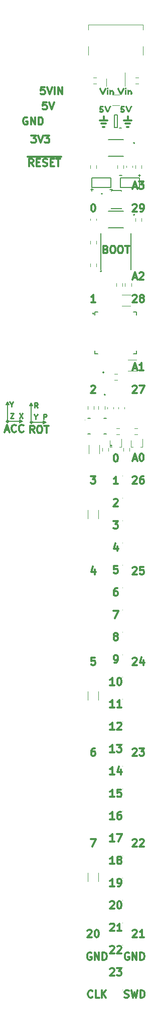
<source format=gbr>
G04 #@! TF.GenerationSoftware,KiCad,Pcbnew,(6.0.4)*
G04 #@! TF.CreationDate,2023-09-20T22:58:23-06:00*
G04 #@! TF.ProjectId,RP2040-Breadstick,52503230-3430-42d4-9272-656164737469,0.2*
G04 #@! TF.SameCoordinates,Original*
G04 #@! TF.FileFunction,Legend,Top*
G04 #@! TF.FilePolarity,Positive*
%FSLAX46Y46*%
G04 Gerber Fmt 4.6, Leading zero omitted, Abs format (unit mm)*
G04 Created by KiCad (PCBNEW (6.0.4)) date 2023-09-20 22:58:23*
%MOMM*%
%LPD*%
G01*
G04 APERTURE LIST*
%ADD10C,0.150000*%
%ADD11C,0.300000*%
%ADD12C,0.202000*%
%ADD13C,0.329000*%
%ADD14C,0.212500*%
%ADD15C,0.120000*%
%ADD16C,0.127000*%
%ADD17C,0.200000*%
%ADD18C,0.100000*%
G04 APERTURE END LIST*
D10*
X72110600Y-83566000D02*
X74142600Y-83566000D01*
G36*
X74650600Y-83566000D02*
G01*
X74142600Y-83820000D01*
X74142600Y-83312000D01*
X74650600Y-83566000D01*
G37*
X74650600Y-83566000D02*
X74142600Y-83820000D01*
X74142600Y-83312000D01*
X74650600Y-83566000D01*
G36*
X70637400Y-83413600D02*
G01*
X70129400Y-83667600D01*
X70129400Y-83159600D01*
X70637400Y-83413600D01*
G37*
X70637400Y-83413600D02*
X70129400Y-83667600D01*
X70129400Y-83159600D01*
X70637400Y-83413600D01*
X72110600Y-80772000D02*
X72110600Y-83566000D01*
D11*
X88392000Y-32232599D02*
X88392000Y-32867600D01*
X84201000Y-33934399D02*
X84455000Y-33934400D01*
D12*
X84361000Y-75200000D02*
G75*
G03*
X84361000Y-75200000I-101000J0D01*
G01*
D11*
X83693000Y-32867599D02*
X84963000Y-32867600D01*
X88265000Y-33934399D02*
X88519000Y-33934400D01*
X84328000Y-32232599D02*
X84328000Y-32867600D01*
X87757000Y-32867599D02*
X89027000Y-32867600D01*
D10*
G36*
X68351400Y-80619600D02*
G01*
X67843400Y-80619600D01*
X68097400Y-80111600D01*
X68351400Y-80619600D01*
G37*
X68351400Y-80619600D02*
X67843400Y-80619600D01*
X68097400Y-80111600D01*
X68351400Y-80619600D01*
X68097400Y-83413600D02*
X70129400Y-83413600D01*
D13*
X68261900Y-83413600D02*
G75*
G03*
X68261900Y-83413600I-164500J0D01*
G01*
D10*
X68097400Y-80619600D02*
X68097400Y-83413600D01*
G36*
X72364600Y-80772000D02*
G01*
X71856600Y-80772000D01*
X72110600Y-80264000D01*
X72364600Y-80772000D01*
G37*
X72364600Y-80772000D02*
X71856600Y-80772000D01*
X72110600Y-80264000D01*
X72364600Y-80772000D01*
D12*
X85699000Y-87503000D02*
G75*
G03*
X85699000Y-87503000I-101000J0D01*
G01*
D11*
X83947000Y-33400999D02*
X84709000Y-33401000D01*
X88011000Y-33400999D02*
X88773000Y-33401000D01*
D13*
X72275100Y-83566000D02*
G75*
G03*
X72275100Y-83566000I-164500J0D01*
G01*
D11*
X89217619Y-47059523D02*
X89277142Y-47000000D01*
X89396190Y-46940476D01*
X89693809Y-46940476D01*
X89812857Y-47000000D01*
X89872380Y-47059523D01*
X89931904Y-47178571D01*
X89931904Y-47297619D01*
X89872380Y-47476190D01*
X89158095Y-48190476D01*
X89931904Y-48190476D01*
X90527142Y-48190476D02*
X90765238Y-48190476D01*
X90884285Y-48130952D01*
X90943809Y-48071428D01*
X91062857Y-47892857D01*
X91122380Y-47654761D01*
X91122380Y-47178571D01*
X91062857Y-47059523D01*
X91003333Y-47000000D01*
X90884285Y-46940476D01*
X90646190Y-46940476D01*
X90527142Y-47000000D01*
X90467619Y-47059523D01*
X90408095Y-47178571D01*
X90408095Y-47476190D01*
X90467619Y-47595238D01*
X90527142Y-47654761D01*
X90646190Y-47714285D01*
X90884285Y-47714285D01*
X91003333Y-47654761D01*
X91062857Y-47595238D01*
X91122380Y-47476190D01*
X86121904Y-161542934D02*
X85407619Y-161542934D01*
X85764761Y-161542934D02*
X85764761Y-160292934D01*
X85645714Y-160471505D01*
X85526666Y-160590553D01*
X85407619Y-160650077D01*
X86717142Y-161542934D02*
X86955238Y-161542934D01*
X87074285Y-161483410D01*
X87133809Y-161423886D01*
X87252857Y-161245315D01*
X87312380Y-161007219D01*
X87312380Y-160531029D01*
X87252857Y-160411981D01*
X87193333Y-160352458D01*
X87074285Y-160292934D01*
X86836190Y-160292934D01*
X86717142Y-160352458D01*
X86657619Y-160411981D01*
X86598095Y-160531029D01*
X86598095Y-160828648D01*
X86657619Y-160947696D01*
X86717142Y-161007219D01*
X86836190Y-161066743D01*
X87074285Y-161066743D01*
X87193333Y-161007219D01*
X87252857Y-160947696D01*
X87312380Y-160828648D01*
X86121904Y-135259460D02*
X85407619Y-135259460D01*
X85764761Y-135259460D02*
X85764761Y-134009460D01*
X85645714Y-134188031D01*
X85526666Y-134307079D01*
X85407619Y-134366603D01*
X86598095Y-134128507D02*
X86657619Y-134068984D01*
X86776666Y-134009460D01*
X87074285Y-134009460D01*
X87193333Y-134068984D01*
X87252857Y-134128507D01*
X87312380Y-134247555D01*
X87312380Y-134366603D01*
X87252857Y-134545174D01*
X86538571Y-135259460D01*
X87312380Y-135259460D01*
X88582619Y-172730000D02*
X88463571Y-172670476D01*
X88285000Y-172670476D01*
X88106428Y-172730000D01*
X87987380Y-172849047D01*
X87927857Y-172968095D01*
X87868333Y-173206190D01*
X87868333Y-173384761D01*
X87927857Y-173622857D01*
X87987380Y-173741904D01*
X88106428Y-173860952D01*
X88285000Y-173920476D01*
X88404047Y-173920476D01*
X88582619Y-173860952D01*
X88642142Y-173801428D01*
X88642142Y-173384761D01*
X88404047Y-173384761D01*
X89177857Y-173920476D02*
X89177857Y-172670476D01*
X89892142Y-173920476D01*
X89892142Y-172670476D01*
X90487380Y-173920476D02*
X90487380Y-172670476D01*
X90785000Y-172670476D01*
X90963571Y-172730000D01*
X91082619Y-172849047D01*
X91142142Y-172968095D01*
X91201666Y-173206190D01*
X91201666Y-173384761D01*
X91142142Y-173622857D01*
X91082619Y-173741904D01*
X90963571Y-173860952D01*
X90785000Y-173920476D01*
X90487380Y-173920476D01*
X86300476Y-88952076D02*
X86419523Y-88952076D01*
X86538571Y-89011600D01*
X86598095Y-89071123D01*
X86657619Y-89190171D01*
X86717142Y-89428266D01*
X86717142Y-89725885D01*
X86657619Y-89963980D01*
X86598095Y-90083028D01*
X86538571Y-90142552D01*
X86419523Y-90202076D01*
X86300476Y-90202076D01*
X86181428Y-90142552D01*
X86121904Y-90083028D01*
X86062380Y-89963980D01*
X86002857Y-89725885D01*
X86002857Y-89428266D01*
X86062380Y-89190171D01*
X86121904Y-89071123D01*
X86181428Y-89011600D01*
X86300476Y-88952076D01*
X89217619Y-92779523D02*
X89277142Y-92720000D01*
X89396190Y-92660476D01*
X89693809Y-92660476D01*
X89812857Y-92720000D01*
X89872380Y-92779523D01*
X89931904Y-92898571D01*
X89931904Y-93017619D01*
X89872380Y-93196190D01*
X89158095Y-93910476D01*
X89931904Y-93910476D01*
X91003333Y-92660476D02*
X90765238Y-92660476D01*
X90646190Y-92720000D01*
X90586666Y-92779523D01*
X90467619Y-92958095D01*
X90408095Y-93196190D01*
X90408095Y-93672380D01*
X90467619Y-93791428D01*
X90527142Y-93850952D01*
X90646190Y-93910476D01*
X90884285Y-93910476D01*
X91003333Y-93850952D01*
X91062857Y-93791428D01*
X91122380Y-93672380D01*
X91122380Y-93374761D01*
X91062857Y-93255714D01*
X91003333Y-93196190D01*
X90884285Y-93136666D01*
X90646190Y-93136666D01*
X90527142Y-93196190D01*
X90467619Y-93255714D01*
X90408095Y-93374761D01*
X72112380Y-35380476D02*
X72886190Y-35380476D01*
X72469523Y-35856666D01*
X72648095Y-35856666D01*
X72767142Y-35916190D01*
X72826666Y-35975714D01*
X72886190Y-36094761D01*
X72886190Y-36392380D01*
X72826666Y-36511428D01*
X72767142Y-36570952D01*
X72648095Y-36630476D01*
X72290952Y-36630476D01*
X72171904Y-36570952D01*
X72112380Y-36511428D01*
X73243333Y-35380476D02*
X73660000Y-36630476D01*
X74076666Y-35380476D01*
X74374285Y-35380476D02*
X75148095Y-35380476D01*
X74731428Y-35856666D01*
X74910000Y-35856666D01*
X75029047Y-35916190D01*
X75088571Y-35975714D01*
X75148095Y-36094761D01*
X75148095Y-36392380D01*
X75088571Y-36511428D01*
X75029047Y-36570952D01*
X74910000Y-36630476D01*
X74552857Y-36630476D01*
X74433809Y-36570952D01*
X74374285Y-36511428D01*
X89217619Y-153739523D02*
X89277142Y-153680000D01*
X89396190Y-153620476D01*
X89693809Y-153620476D01*
X89812857Y-153680000D01*
X89872380Y-153739523D01*
X89931904Y-153858571D01*
X89931904Y-153977619D01*
X89872380Y-154156190D01*
X89158095Y-154870476D01*
X89931904Y-154870476D01*
X90408095Y-153739523D02*
X90467619Y-153680000D01*
X90586666Y-153620476D01*
X90884285Y-153620476D01*
X91003333Y-153680000D01*
X91062857Y-153739523D01*
X91122380Y-153858571D01*
X91122380Y-153977619D01*
X91062857Y-154156190D01*
X90348571Y-154870476D01*
X91122380Y-154870476D01*
X86121904Y-157788152D02*
X85407619Y-157788152D01*
X85764761Y-157788152D02*
X85764761Y-156538152D01*
X85645714Y-156716723D01*
X85526666Y-156835771D01*
X85407619Y-156895295D01*
X86836190Y-157073866D02*
X86717142Y-157014342D01*
X86657619Y-156954818D01*
X86598095Y-156835771D01*
X86598095Y-156776247D01*
X86657619Y-156657199D01*
X86717142Y-156597676D01*
X86836190Y-156538152D01*
X87074285Y-156538152D01*
X87193333Y-156597676D01*
X87252857Y-156657199D01*
X87312380Y-156776247D01*
X87312380Y-156835771D01*
X87252857Y-156954818D01*
X87193333Y-157014342D01*
X87074285Y-157073866D01*
X86836190Y-157073866D01*
X86717142Y-157133390D01*
X86657619Y-157192914D01*
X86598095Y-157311961D01*
X86598095Y-157550056D01*
X86657619Y-157669104D01*
X86717142Y-157728628D01*
X86836190Y-157788152D01*
X87074285Y-157788152D01*
X87193333Y-157728628D01*
X87252857Y-157669104D01*
X87312380Y-157550056D01*
X87312380Y-157311961D01*
X87252857Y-157192914D01*
X87193333Y-157133390D01*
X87074285Y-157073866D01*
X89217619Y-123259523D02*
X89277142Y-123200000D01*
X89396190Y-123140476D01*
X89693809Y-123140476D01*
X89812857Y-123200000D01*
X89872380Y-123259523D01*
X89931904Y-123378571D01*
X89931904Y-123497619D01*
X89872380Y-123676190D01*
X89158095Y-124390476D01*
X89931904Y-124390476D01*
X91003333Y-123557142D02*
X91003333Y-124390476D01*
X90705714Y-123080952D02*
X90408095Y-123973809D01*
X91181904Y-123973809D01*
X84663571Y-54520714D02*
X84842142Y-54580238D01*
X84901666Y-54639761D01*
X84961190Y-54758809D01*
X84961190Y-54937380D01*
X84901666Y-55056428D01*
X84842142Y-55115952D01*
X84723095Y-55175476D01*
X84246904Y-55175476D01*
X84246904Y-53925476D01*
X84663571Y-53925476D01*
X84782619Y-53985000D01*
X84842142Y-54044523D01*
X84901666Y-54163571D01*
X84901666Y-54282619D01*
X84842142Y-54401666D01*
X84782619Y-54461190D01*
X84663571Y-54520714D01*
X84246904Y-54520714D01*
X85735000Y-53925476D02*
X85973095Y-53925476D01*
X86092142Y-53985000D01*
X86211190Y-54104047D01*
X86270714Y-54342142D01*
X86270714Y-54758809D01*
X86211190Y-54996904D01*
X86092142Y-55115952D01*
X85973095Y-55175476D01*
X85735000Y-55175476D01*
X85615952Y-55115952D01*
X85496904Y-54996904D01*
X85437380Y-54758809D01*
X85437380Y-54342142D01*
X85496904Y-54104047D01*
X85615952Y-53985000D01*
X85735000Y-53925476D01*
X87044523Y-53925476D02*
X87282619Y-53925476D01*
X87401666Y-53985000D01*
X87520714Y-54104047D01*
X87580238Y-54342142D01*
X87580238Y-54758809D01*
X87520714Y-54996904D01*
X87401666Y-55115952D01*
X87282619Y-55175476D01*
X87044523Y-55175476D01*
X86925476Y-55115952D01*
X86806428Y-54996904D01*
X86746904Y-54758809D01*
X86746904Y-54342142D01*
X86806428Y-54104047D01*
X86925476Y-53985000D01*
X87044523Y-53925476D01*
X87937380Y-53925476D02*
X88651666Y-53925476D01*
X88294523Y-55175476D02*
X88294523Y-53925476D01*
X85943333Y-115235550D02*
X86776666Y-115235550D01*
X86240952Y-116485550D01*
X85407619Y-164166763D02*
X85467142Y-164107240D01*
X85586190Y-164047716D01*
X85883809Y-164047716D01*
X86002857Y-164107240D01*
X86062380Y-164166763D01*
X86121904Y-164285811D01*
X86121904Y-164404859D01*
X86062380Y-164583430D01*
X85348095Y-165297716D01*
X86121904Y-165297716D01*
X86895714Y-164047716D02*
X87014761Y-164047716D01*
X87133809Y-164107240D01*
X87193333Y-164166763D01*
X87252857Y-164285811D01*
X87312380Y-164523906D01*
X87312380Y-164821525D01*
X87252857Y-165059620D01*
X87193333Y-165178668D01*
X87133809Y-165238192D01*
X87014761Y-165297716D01*
X86895714Y-165297716D01*
X86776666Y-165238192D01*
X86717142Y-165178668D01*
X86657619Y-165059620D01*
X86598095Y-164821525D01*
X86598095Y-164523906D01*
X86657619Y-164285811D01*
X86717142Y-164166763D01*
X86776666Y-164107240D01*
X86895714Y-164047716D01*
X85407619Y-175431123D02*
X85467142Y-175371600D01*
X85586190Y-175312076D01*
X85883809Y-175312076D01*
X86002857Y-175371600D01*
X86062380Y-175431123D01*
X86121904Y-175550171D01*
X86121904Y-175669219D01*
X86062380Y-175847790D01*
X85348095Y-176562076D01*
X86121904Y-176562076D01*
X86538571Y-175312076D02*
X87312380Y-175312076D01*
X86895714Y-175788266D01*
X87074285Y-175788266D01*
X87193333Y-175847790D01*
X87252857Y-175907314D01*
X87312380Y-176026361D01*
X87312380Y-176323980D01*
X87252857Y-176443028D01*
X87193333Y-176502552D01*
X87074285Y-176562076D01*
X86717142Y-176562076D01*
X86598095Y-176502552D01*
X86538571Y-176443028D01*
X86002857Y-96580687D02*
X86062380Y-96521164D01*
X86181428Y-96461640D01*
X86479047Y-96461640D01*
X86598095Y-96521164D01*
X86657619Y-96580687D01*
X86717142Y-96699735D01*
X86717142Y-96818783D01*
X86657619Y-96997354D01*
X85943333Y-97711640D01*
X86717142Y-97711640D01*
D14*
X70100066Y-82059123D02*
X70666733Y-82909123D01*
X70666733Y-82059123D02*
X70100066Y-82909123D01*
D11*
X86240952Y-119526046D02*
X86121904Y-119466522D01*
X86062380Y-119406998D01*
X86002857Y-119287951D01*
X86002857Y-119228427D01*
X86062380Y-119109379D01*
X86121904Y-119049856D01*
X86240952Y-118990332D01*
X86479047Y-118990332D01*
X86598095Y-119049856D01*
X86657619Y-119109379D01*
X86717142Y-119228427D01*
X86717142Y-119287951D01*
X86657619Y-119406998D01*
X86598095Y-119466522D01*
X86479047Y-119526046D01*
X86240952Y-119526046D01*
X86121904Y-119585570D01*
X86062380Y-119645094D01*
X86002857Y-119764141D01*
X86002857Y-120002236D01*
X86062380Y-120121284D01*
X86121904Y-120180808D01*
X86240952Y-120240332D01*
X86479047Y-120240332D01*
X86598095Y-120180808D01*
X86657619Y-120121284D01*
X86717142Y-120002236D01*
X86717142Y-119764141D01*
X86657619Y-119645094D01*
X86598095Y-119585570D01*
X86479047Y-119526046D01*
X67692780Y-84891933D02*
X68288019Y-84891933D01*
X67573733Y-85249076D02*
X67990400Y-83999076D01*
X68407066Y-85249076D01*
X69538019Y-85130028D02*
X69478495Y-85189552D01*
X69299923Y-85249076D01*
X69180876Y-85249076D01*
X69002304Y-85189552D01*
X68883257Y-85070504D01*
X68823733Y-84951457D01*
X68764209Y-84713361D01*
X68764209Y-84534790D01*
X68823733Y-84296695D01*
X68883257Y-84177647D01*
X69002304Y-84058600D01*
X69180876Y-83999076D01*
X69299923Y-83999076D01*
X69478495Y-84058600D01*
X69538019Y-84118123D01*
X70788019Y-85130028D02*
X70728495Y-85189552D01*
X70549923Y-85249076D01*
X70430876Y-85249076D01*
X70252304Y-85189552D01*
X70133257Y-85070504D01*
X70073733Y-84951457D01*
X70014209Y-84713361D01*
X70014209Y-84534790D01*
X70073733Y-84296695D01*
X70133257Y-84177647D01*
X70252304Y-84058600D01*
X70430876Y-83999076D01*
X70549923Y-83999076D01*
X70728495Y-84058600D01*
X70788019Y-84118123D01*
X86717142Y-93956858D02*
X86002857Y-93956858D01*
X86360000Y-93956858D02*
X86360000Y-92706858D01*
X86240952Y-92885429D01*
X86121904Y-93004477D01*
X86002857Y-93064001D01*
X89217619Y-138499523D02*
X89277142Y-138440000D01*
X89396190Y-138380476D01*
X89693809Y-138380476D01*
X89812857Y-138440000D01*
X89872380Y-138499523D01*
X89931904Y-138618571D01*
X89931904Y-138737619D01*
X89872380Y-138916190D01*
X89158095Y-139630476D01*
X89931904Y-139630476D01*
X90348571Y-138380476D02*
X91122380Y-138380476D01*
X90705714Y-138856666D01*
X90884285Y-138856666D01*
X91003333Y-138916190D01*
X91062857Y-138975714D01*
X91122380Y-139094761D01*
X91122380Y-139392380D01*
X91062857Y-139511428D01*
X91003333Y-139570952D01*
X90884285Y-139630476D01*
X90527142Y-139630476D01*
X90408095Y-139570952D01*
X90348571Y-139511428D01*
X85943333Y-100216422D02*
X86717142Y-100216422D01*
X86300476Y-100692612D01*
X86479047Y-100692612D01*
X86598095Y-100752136D01*
X86657619Y-100811660D01*
X86717142Y-100930707D01*
X86717142Y-101228326D01*
X86657619Y-101347374D01*
X86598095Y-101406898D01*
X86479047Y-101466422D01*
X86121904Y-101466422D01*
X86002857Y-101406898D01*
X85943333Y-101347374D01*
X82440952Y-180151428D02*
X82381428Y-180210952D01*
X82202857Y-180270476D01*
X82083809Y-180270476D01*
X81905238Y-180210952D01*
X81786190Y-180091904D01*
X81726666Y-179972857D01*
X81667142Y-179734761D01*
X81667142Y-179556190D01*
X81726666Y-179318095D01*
X81786190Y-179199047D01*
X81905238Y-179080000D01*
X82083809Y-179020476D01*
X82202857Y-179020476D01*
X82381428Y-179080000D01*
X82440952Y-179139523D01*
X83571904Y-180270476D02*
X82976666Y-180270476D01*
X82976666Y-179020476D01*
X83988571Y-180270476D02*
X83988571Y-179020476D01*
X84702857Y-180270476D02*
X84167142Y-179556190D01*
X84702857Y-179020476D02*
X83988571Y-179734761D01*
X86598095Y-104387870D02*
X86598095Y-105221204D01*
X86300476Y-103911680D02*
X86002857Y-104804537D01*
X86776666Y-104804537D01*
X89217619Y-108019523D02*
X89277142Y-107960000D01*
X89396190Y-107900476D01*
X89693809Y-107900476D01*
X89812857Y-107960000D01*
X89872380Y-108019523D01*
X89931904Y-108138571D01*
X89931904Y-108257619D01*
X89872380Y-108436190D01*
X89158095Y-109150476D01*
X89931904Y-109150476D01*
X91062857Y-107900476D02*
X90467619Y-107900476D01*
X90408095Y-108495714D01*
X90467619Y-108436190D01*
X90586666Y-108376666D01*
X90884285Y-108376666D01*
X91003333Y-108436190D01*
X91062857Y-108495714D01*
X91122380Y-108614761D01*
X91122380Y-108912380D01*
X91062857Y-109031428D01*
X91003333Y-109090952D01*
X90884285Y-109150476D01*
X90586666Y-109150476D01*
X90467619Y-109090952D01*
X90408095Y-109031428D01*
D14*
X73135695Y-81156523D02*
X72852361Y-80751761D01*
X72649980Y-81156523D02*
X72649980Y-80306523D01*
X72973790Y-80306523D01*
X73054742Y-80347000D01*
X73095219Y-80387476D01*
X73135695Y-80468428D01*
X73135695Y-80589857D01*
X73095219Y-80670809D01*
X73054742Y-80711285D01*
X72973790Y-80751761D01*
X72649980Y-80751761D01*
D11*
X72636552Y-85401476D02*
X72219885Y-84806238D01*
X71922266Y-85401476D02*
X71922266Y-84151476D01*
X72398457Y-84151476D01*
X72517504Y-84211000D01*
X72577028Y-84270523D01*
X72636552Y-84389571D01*
X72636552Y-84568142D01*
X72577028Y-84687190D01*
X72517504Y-84746714D01*
X72398457Y-84806238D01*
X71922266Y-84806238D01*
X73410361Y-84151476D02*
X73648457Y-84151476D01*
X73767504Y-84211000D01*
X73886552Y-84330047D01*
X73946076Y-84568142D01*
X73946076Y-84984809D01*
X73886552Y-85222904D01*
X73767504Y-85341952D01*
X73648457Y-85401476D01*
X73410361Y-85401476D01*
X73291314Y-85341952D01*
X73172266Y-85222904D01*
X73112742Y-84984809D01*
X73112742Y-84568142D01*
X73172266Y-84330047D01*
X73291314Y-84211000D01*
X73410361Y-84151476D01*
X74303219Y-84151476D02*
X75017504Y-84151476D01*
X74660361Y-85401476D02*
X74660361Y-84151476D01*
X82133333Y-153620476D02*
X82966666Y-153620476D01*
X82430952Y-154870476D01*
D14*
X68576066Y-82059123D02*
X69142733Y-82059123D01*
X68576066Y-82909123D01*
X69142733Y-82909123D01*
D11*
X86598095Y-111480768D02*
X86360000Y-111480768D01*
X86240952Y-111540292D01*
X86181428Y-111599815D01*
X86062380Y-111778387D01*
X86002857Y-112016482D01*
X86002857Y-112492672D01*
X86062380Y-112611720D01*
X86121904Y-112671244D01*
X86240952Y-112730768D01*
X86479047Y-112730768D01*
X86598095Y-112671244D01*
X86657619Y-112611720D01*
X86717142Y-112492672D01*
X86717142Y-112195053D01*
X86657619Y-112076006D01*
X86598095Y-112016482D01*
X86479047Y-111956958D01*
X86240952Y-111956958D01*
X86121904Y-112016482D01*
X86062380Y-112076006D01*
X86002857Y-112195053D01*
D14*
X72872600Y-82656761D02*
X72872600Y-83061523D01*
X72589266Y-82211523D02*
X72872600Y-82656761D01*
X73155933Y-82211523D01*
D11*
X89217619Y-77539523D02*
X89277142Y-77480000D01*
X89396190Y-77420476D01*
X89693809Y-77420476D01*
X89812857Y-77480000D01*
X89872380Y-77539523D01*
X89931904Y-77658571D01*
X89931904Y-77777619D01*
X89872380Y-77956190D01*
X89158095Y-78670476D01*
X89931904Y-78670476D01*
X90348571Y-77420476D02*
X91181904Y-77420476D01*
X90646190Y-78670476D01*
X89217619Y-168979523D02*
X89277142Y-168920000D01*
X89396190Y-168860476D01*
X89693809Y-168860476D01*
X89812857Y-168920000D01*
X89872380Y-168979523D01*
X89931904Y-169098571D01*
X89931904Y-169217619D01*
X89872380Y-169396190D01*
X89158095Y-170110476D01*
X89931904Y-170110476D01*
X91122380Y-170110476D02*
X90408095Y-170110476D01*
X90765238Y-170110476D02*
X90765238Y-168860476D01*
X90646190Y-169039047D01*
X90527142Y-169158095D01*
X90408095Y-169217619D01*
X86121904Y-150278588D02*
X85407619Y-150278588D01*
X85764761Y-150278588D02*
X85764761Y-149028588D01*
X85645714Y-149207159D01*
X85526666Y-149326207D01*
X85407619Y-149385731D01*
X87193333Y-149028588D02*
X86955238Y-149028588D01*
X86836190Y-149088112D01*
X86776666Y-149147635D01*
X86657619Y-149326207D01*
X86598095Y-149564302D01*
X86598095Y-150040492D01*
X86657619Y-150159540D01*
X86717142Y-150219064D01*
X86836190Y-150278588D01*
X87074285Y-150278588D01*
X87193333Y-150219064D01*
X87252857Y-150159540D01*
X87312380Y-150040492D01*
X87312380Y-149742873D01*
X87252857Y-149623826D01*
X87193333Y-149564302D01*
X87074285Y-149504778D01*
X86836190Y-149504778D01*
X86717142Y-149564302D01*
X86657619Y-149623826D01*
X86598095Y-149742873D01*
X86121904Y-139014242D02*
X85407619Y-139014242D01*
X85764761Y-139014242D02*
X85764761Y-137764242D01*
X85645714Y-137942813D01*
X85526666Y-138061861D01*
X85407619Y-138121385D01*
X86538571Y-137764242D02*
X87312380Y-137764242D01*
X86895714Y-138240432D01*
X87074285Y-138240432D01*
X87193333Y-138299956D01*
X87252857Y-138359480D01*
X87312380Y-138478527D01*
X87312380Y-138776146D01*
X87252857Y-138895194D01*
X87193333Y-138954718D01*
X87074285Y-139014242D01*
X86717142Y-139014242D01*
X86598095Y-138954718D01*
X86538571Y-138895194D01*
X86121904Y-123995114D02*
X86360000Y-123995114D01*
X86479047Y-123935590D01*
X86538571Y-123876066D01*
X86657619Y-123697495D01*
X86717142Y-123459399D01*
X86717142Y-122983209D01*
X86657619Y-122864161D01*
X86598095Y-122804638D01*
X86479047Y-122745114D01*
X86240952Y-122745114D01*
X86121904Y-122804638D01*
X86062380Y-122864161D01*
X86002857Y-122983209D01*
X86002857Y-123280828D01*
X86062380Y-123399876D01*
X86121904Y-123459399D01*
X86240952Y-123518923D01*
X86479047Y-123518923D01*
X86598095Y-123459399D01*
X86657619Y-123399876D01*
X86717142Y-123280828D01*
X86121904Y-131504678D02*
X85407619Y-131504678D01*
X85764761Y-131504678D02*
X85764761Y-130254678D01*
X85645714Y-130433249D01*
X85526666Y-130552297D01*
X85407619Y-130611821D01*
X87312380Y-131504678D02*
X86598095Y-131504678D01*
X86955238Y-131504678D02*
X86955238Y-130254678D01*
X86836190Y-130433249D01*
X86717142Y-130552297D01*
X86598095Y-130611821D01*
X86657619Y-107725986D02*
X86062380Y-107725986D01*
X86002857Y-108321224D01*
X86062380Y-108261700D01*
X86181428Y-108202176D01*
X86479047Y-108202176D01*
X86598095Y-108261700D01*
X86657619Y-108321224D01*
X86717142Y-108440271D01*
X86717142Y-108737890D01*
X86657619Y-108856938D01*
X86598095Y-108916462D01*
X86479047Y-108975986D01*
X86181428Y-108975986D01*
X86062380Y-108916462D01*
X86002857Y-108856938D01*
X86121904Y-146523806D02*
X85407619Y-146523806D01*
X85764761Y-146523806D02*
X85764761Y-145273806D01*
X85645714Y-145452377D01*
X85526666Y-145571425D01*
X85407619Y-145630949D01*
X87252857Y-145273806D02*
X86657619Y-145273806D01*
X86598095Y-145869044D01*
X86657619Y-145809520D01*
X86776666Y-145749996D01*
X87074285Y-145749996D01*
X87193333Y-145809520D01*
X87252857Y-145869044D01*
X87312380Y-145988091D01*
X87312380Y-146285710D01*
X87252857Y-146404758D01*
X87193333Y-146464282D01*
X87074285Y-146523806D01*
X86776666Y-146523806D01*
X86657619Y-146464282D01*
X86598095Y-146404758D01*
X86121904Y-142769024D02*
X85407619Y-142769024D01*
X85764761Y-142769024D02*
X85764761Y-141519024D01*
X85645714Y-141697595D01*
X85526666Y-141816643D01*
X85407619Y-141876167D01*
X87193333Y-141935690D02*
X87193333Y-142769024D01*
X86895714Y-141459500D02*
X86598095Y-142352357D01*
X87371904Y-142352357D01*
X74691904Y-29795476D02*
X74096666Y-29795476D01*
X74037142Y-30390714D01*
X74096666Y-30331190D01*
X74215714Y-30271666D01*
X74513333Y-30271666D01*
X74632380Y-30331190D01*
X74691904Y-30390714D01*
X74751428Y-30509761D01*
X74751428Y-30807380D01*
X74691904Y-30926428D01*
X74632380Y-30985952D01*
X74513333Y-31045476D01*
X74215714Y-31045476D01*
X74096666Y-30985952D01*
X74037142Y-30926428D01*
X75108571Y-29795476D02*
X75525238Y-31045476D01*
X75941904Y-29795476D01*
X89277142Y-44023333D02*
X89872380Y-44023333D01*
X89158095Y-44380476D02*
X89574761Y-43130476D01*
X89991428Y-44380476D01*
X90289047Y-43130476D02*
X91062857Y-43130476D01*
X90646190Y-43606666D01*
X90824761Y-43606666D01*
X90943809Y-43666190D01*
X91003333Y-43725714D01*
X91062857Y-43844761D01*
X91062857Y-44142380D01*
X91003333Y-44261428D01*
X90943809Y-44320952D01*
X90824761Y-44380476D01*
X90467619Y-44380476D01*
X90348571Y-44320952D01*
X90289047Y-44261428D01*
X71437619Y-32395000D02*
X71318571Y-32335476D01*
X71140000Y-32335476D01*
X70961428Y-32395000D01*
X70842380Y-32514047D01*
X70782857Y-32633095D01*
X70723333Y-32871190D01*
X70723333Y-33049761D01*
X70782857Y-33287857D01*
X70842380Y-33406904D01*
X70961428Y-33525952D01*
X71140000Y-33585476D01*
X71259047Y-33585476D01*
X71437619Y-33525952D01*
X71497142Y-33466428D01*
X71497142Y-33049761D01*
X71259047Y-33049761D01*
X72032857Y-33585476D02*
X72032857Y-32335476D01*
X72747142Y-33585476D01*
X72747142Y-32335476D01*
X73342380Y-33585476D02*
X73342380Y-32335476D01*
X73640000Y-32335476D01*
X73818571Y-32395000D01*
X73937619Y-32514047D01*
X73997142Y-32633095D01*
X74056666Y-32871190D01*
X74056666Y-33049761D01*
X73997142Y-33287857D01*
X73937619Y-33406904D01*
X73818571Y-33525952D01*
X73640000Y-33585476D01*
X73342380Y-33585476D01*
X85407619Y-171676327D02*
X85467142Y-171616804D01*
X85586190Y-171557280D01*
X85883809Y-171557280D01*
X86002857Y-171616804D01*
X86062380Y-171676327D01*
X86121904Y-171795375D01*
X86121904Y-171914423D01*
X86062380Y-172092994D01*
X85348095Y-172807280D01*
X86121904Y-172807280D01*
X86598095Y-171676327D02*
X86657619Y-171616804D01*
X86776666Y-171557280D01*
X87074285Y-171557280D01*
X87193333Y-171616804D01*
X87252857Y-171676327D01*
X87312380Y-171795375D01*
X87312380Y-171914423D01*
X87252857Y-172092994D01*
X86538571Y-172807280D01*
X87312380Y-172807280D01*
X82907142Y-63430476D02*
X82192857Y-63430476D01*
X82550000Y-63430476D02*
X82550000Y-62180476D01*
X82430952Y-62359047D01*
X82311904Y-62478095D01*
X82192857Y-62537619D01*
X82133333Y-92660476D02*
X82907142Y-92660476D01*
X82490476Y-93136666D01*
X82669047Y-93136666D01*
X82788095Y-93196190D01*
X82847619Y-93255714D01*
X82907142Y-93374761D01*
X82907142Y-93672380D01*
X82847619Y-93791428D01*
X82788095Y-93850952D01*
X82669047Y-93910476D01*
X82311904Y-93910476D01*
X82192857Y-93850952D01*
X82133333Y-93791428D01*
X82847619Y-123140476D02*
X82252380Y-123140476D01*
X82192857Y-123735714D01*
X82252380Y-123676190D01*
X82371428Y-123616666D01*
X82669047Y-123616666D01*
X82788095Y-123676190D01*
X82847619Y-123735714D01*
X82907142Y-123854761D01*
X82907142Y-124152380D01*
X82847619Y-124271428D01*
X82788095Y-124330952D01*
X82669047Y-124390476D01*
X82371428Y-124390476D01*
X82252380Y-124330952D01*
X82192857Y-124271428D01*
X85407619Y-167921545D02*
X85467142Y-167862022D01*
X85586190Y-167802498D01*
X85883809Y-167802498D01*
X86002857Y-167862022D01*
X86062380Y-167921545D01*
X86121904Y-168040593D01*
X86121904Y-168159641D01*
X86062380Y-168338212D01*
X85348095Y-169052498D01*
X86121904Y-169052498D01*
X87312380Y-169052498D02*
X86598095Y-169052498D01*
X86955238Y-169052498D02*
X86955238Y-167802498D01*
X86836190Y-167981069D01*
X86717142Y-168100117D01*
X86598095Y-168159641D01*
X86121904Y-127749896D02*
X85407619Y-127749896D01*
X85764761Y-127749896D02*
X85764761Y-126499896D01*
X85645714Y-126678467D01*
X85526666Y-126797515D01*
X85407619Y-126857039D01*
X86895714Y-126499896D02*
X87014761Y-126499896D01*
X87133809Y-126559420D01*
X87193333Y-126618943D01*
X87252857Y-126737991D01*
X87312380Y-126976086D01*
X87312380Y-127273705D01*
X87252857Y-127511800D01*
X87193333Y-127630848D01*
X87133809Y-127690372D01*
X87014761Y-127749896D01*
X86895714Y-127749896D01*
X86776666Y-127690372D01*
X86717142Y-127630848D01*
X86657619Y-127511800D01*
X86598095Y-127273705D01*
X86598095Y-126976086D01*
X86657619Y-126737991D01*
X86717142Y-126618943D01*
X86776666Y-126559420D01*
X86895714Y-126499896D01*
X81597619Y-168979523D02*
X81657142Y-168920000D01*
X81776190Y-168860476D01*
X82073809Y-168860476D01*
X82192857Y-168920000D01*
X82252380Y-168979523D01*
X82311904Y-169098571D01*
X82311904Y-169217619D01*
X82252380Y-169396190D01*
X81538095Y-170110476D01*
X82311904Y-170110476D01*
X83085714Y-168860476D02*
X83204761Y-168860476D01*
X83323809Y-168920000D01*
X83383333Y-168979523D01*
X83442857Y-169098571D01*
X83502380Y-169336666D01*
X83502380Y-169634285D01*
X83442857Y-169872380D01*
X83383333Y-169991428D01*
X83323809Y-170050952D01*
X83204761Y-170110476D01*
X83085714Y-170110476D01*
X82966666Y-170050952D01*
X82907142Y-169991428D01*
X82847619Y-169872380D01*
X82788095Y-169634285D01*
X82788095Y-169336666D01*
X82847619Y-169098571D01*
X82907142Y-168979523D01*
X82966666Y-168920000D01*
X83085714Y-168860476D01*
X89277142Y-89743333D02*
X89872380Y-89743333D01*
X89158095Y-90100476D02*
X89574761Y-88850476D01*
X89991428Y-90100476D01*
X90646190Y-88850476D02*
X90765238Y-88850476D01*
X90884285Y-88910000D01*
X90943809Y-88969523D01*
X91003333Y-89088571D01*
X91062857Y-89326666D01*
X91062857Y-89624285D01*
X91003333Y-89862380D01*
X90943809Y-89981428D01*
X90884285Y-90040952D01*
X90765238Y-90100476D01*
X90646190Y-90100476D01*
X90527142Y-90040952D01*
X90467619Y-89981428D01*
X90408095Y-89862380D01*
X90348571Y-89624285D01*
X90348571Y-89326666D01*
X90408095Y-89088571D01*
X90467619Y-88969523D01*
X90527142Y-88910000D01*
X90646190Y-88850476D01*
X82788095Y-108317142D02*
X82788095Y-109150476D01*
X82490476Y-107840952D02*
X82192857Y-108733809D01*
X82966666Y-108733809D01*
X89217619Y-62299523D02*
X89277142Y-62240000D01*
X89396190Y-62180476D01*
X89693809Y-62180476D01*
X89812857Y-62240000D01*
X89872380Y-62299523D01*
X89931904Y-62418571D01*
X89931904Y-62537619D01*
X89872380Y-62716190D01*
X89158095Y-63430476D01*
X89931904Y-63430476D01*
X90646190Y-62716190D02*
X90527142Y-62656666D01*
X90467619Y-62597142D01*
X90408095Y-62478095D01*
X90408095Y-62418571D01*
X90467619Y-62299523D01*
X90527142Y-62240000D01*
X90646190Y-62180476D01*
X90884285Y-62180476D01*
X91003333Y-62240000D01*
X91062857Y-62299523D01*
X91122380Y-62418571D01*
X91122380Y-62478095D01*
X91062857Y-62597142D01*
X91003333Y-62656666D01*
X90884285Y-62716190D01*
X90646190Y-62716190D01*
X90527142Y-62775714D01*
X90467619Y-62835238D01*
X90408095Y-62954285D01*
X90408095Y-63192380D01*
X90467619Y-63311428D01*
X90527142Y-63370952D01*
X90646190Y-63430476D01*
X90884285Y-63430476D01*
X91003333Y-63370952D01*
X91062857Y-63311428D01*
X91122380Y-63192380D01*
X91122380Y-62954285D01*
X91062857Y-62835238D01*
X91003333Y-62775714D01*
X90884285Y-62716190D01*
X82192857Y-77539523D02*
X82252380Y-77480000D01*
X82371428Y-77420476D01*
X82669047Y-77420476D01*
X82788095Y-77480000D01*
X82847619Y-77539523D01*
X82907142Y-77658571D01*
X82907142Y-77777619D01*
X82847619Y-77956190D01*
X82133333Y-78670476D01*
X82907142Y-78670476D01*
D14*
X74173980Y-83061523D02*
X74173980Y-82211523D01*
X74497790Y-82211523D01*
X74578742Y-82252000D01*
X74619219Y-82292476D01*
X74659695Y-82373428D01*
X74659695Y-82494857D01*
X74619219Y-82575809D01*
X74578742Y-82616285D01*
X74497790Y-82656761D01*
X74173980Y-82656761D01*
D11*
X74374523Y-27255476D02*
X73779285Y-27255476D01*
X73719761Y-27850714D01*
X73779285Y-27791190D01*
X73898333Y-27731666D01*
X74195952Y-27731666D01*
X74315000Y-27791190D01*
X74374523Y-27850714D01*
X74434047Y-27969761D01*
X74434047Y-28267380D01*
X74374523Y-28386428D01*
X74315000Y-28445952D01*
X74195952Y-28505476D01*
X73898333Y-28505476D01*
X73779285Y-28445952D01*
X73719761Y-28386428D01*
X74791190Y-27255476D02*
X75207857Y-28505476D01*
X75624523Y-27255476D01*
X76041190Y-28505476D02*
X76041190Y-27255476D01*
X76636428Y-28505476D02*
X76636428Y-27255476D01*
X77350714Y-28505476D01*
X77350714Y-27255476D01*
X89277142Y-74503333D02*
X89872380Y-74503333D01*
X89158095Y-74860476D02*
X89574761Y-73610476D01*
X89991428Y-74860476D01*
X91062857Y-74860476D02*
X90348571Y-74860476D01*
X90705714Y-74860476D02*
X90705714Y-73610476D01*
X90586666Y-73789047D01*
X90467619Y-73908095D01*
X90348571Y-73967619D01*
D14*
X68732400Y-80599361D02*
X68732400Y-81004123D01*
X68449066Y-80154123D02*
X68732400Y-80599361D01*
X69015733Y-80154123D01*
D11*
X87838571Y-180210952D02*
X88017142Y-180270476D01*
X88314761Y-180270476D01*
X88433809Y-180210952D01*
X88493333Y-180151428D01*
X88552857Y-180032380D01*
X88552857Y-179913333D01*
X88493333Y-179794285D01*
X88433809Y-179734761D01*
X88314761Y-179675238D01*
X88076666Y-179615714D01*
X87957619Y-179556190D01*
X87898095Y-179496666D01*
X87838571Y-179377619D01*
X87838571Y-179258571D01*
X87898095Y-179139523D01*
X87957619Y-179080000D01*
X88076666Y-179020476D01*
X88374285Y-179020476D01*
X88552857Y-179080000D01*
X88969523Y-179020476D02*
X89267142Y-180270476D01*
X89505238Y-179377619D01*
X89743333Y-180270476D01*
X90040952Y-179020476D01*
X90517142Y-180270476D02*
X90517142Y-179020476D01*
X90814761Y-179020476D01*
X90993333Y-179080000D01*
X91112380Y-179199047D01*
X91171904Y-179318095D01*
X91231428Y-179556190D01*
X91231428Y-179734761D01*
X91171904Y-179972857D01*
X91112380Y-180091904D01*
X90993333Y-180210952D01*
X90814761Y-180270476D01*
X90517142Y-180270476D01*
X71467619Y-38967500D02*
X72717619Y-38967500D01*
X72479523Y-40570476D02*
X72062857Y-39975238D01*
X71765238Y-40570476D02*
X71765238Y-39320476D01*
X72241428Y-39320476D01*
X72360476Y-39380000D01*
X72420000Y-39439523D01*
X72479523Y-39558571D01*
X72479523Y-39737142D01*
X72420000Y-39856190D01*
X72360476Y-39915714D01*
X72241428Y-39975238D01*
X71765238Y-39975238D01*
X72717619Y-38967500D02*
X73848571Y-38967500D01*
X73015238Y-39915714D02*
X73431904Y-39915714D01*
X73610476Y-40570476D02*
X73015238Y-40570476D01*
X73015238Y-39320476D01*
X73610476Y-39320476D01*
X73848571Y-38967500D02*
X75039047Y-38967500D01*
X74086666Y-40510952D02*
X74265238Y-40570476D01*
X74562857Y-40570476D01*
X74681904Y-40510952D01*
X74741428Y-40451428D01*
X74800952Y-40332380D01*
X74800952Y-40213333D01*
X74741428Y-40094285D01*
X74681904Y-40034761D01*
X74562857Y-39975238D01*
X74324761Y-39915714D01*
X74205714Y-39856190D01*
X74146190Y-39796666D01*
X74086666Y-39677619D01*
X74086666Y-39558571D01*
X74146190Y-39439523D01*
X74205714Y-39380000D01*
X74324761Y-39320476D01*
X74622380Y-39320476D01*
X74800952Y-39380000D01*
X75039047Y-38967500D02*
X76170000Y-38967500D01*
X75336666Y-39915714D02*
X75753333Y-39915714D01*
X75931904Y-40570476D02*
X75336666Y-40570476D01*
X75336666Y-39320476D01*
X75931904Y-39320476D01*
X76170000Y-38967500D02*
X77122380Y-38967500D01*
X76289047Y-39320476D02*
X77003333Y-39320476D01*
X76646190Y-40570476D02*
X76646190Y-39320476D01*
X82232619Y-172730000D02*
X82113571Y-172670476D01*
X81935000Y-172670476D01*
X81756428Y-172730000D01*
X81637380Y-172849047D01*
X81577857Y-172968095D01*
X81518333Y-173206190D01*
X81518333Y-173384761D01*
X81577857Y-173622857D01*
X81637380Y-173741904D01*
X81756428Y-173860952D01*
X81935000Y-173920476D01*
X82054047Y-173920476D01*
X82232619Y-173860952D01*
X82292142Y-173801428D01*
X82292142Y-173384761D01*
X82054047Y-173384761D01*
X82827857Y-173920476D02*
X82827857Y-172670476D01*
X83542142Y-173920476D01*
X83542142Y-172670476D01*
X84137380Y-173920476D02*
X84137380Y-172670476D01*
X84435000Y-172670476D01*
X84613571Y-172730000D01*
X84732619Y-172849047D01*
X84792142Y-172968095D01*
X84851666Y-173206190D01*
X84851666Y-173384761D01*
X84792142Y-173622857D01*
X84732619Y-173741904D01*
X84613571Y-173860952D01*
X84435000Y-173920476D01*
X84137380Y-173920476D01*
X89277142Y-59263333D02*
X89872380Y-59263333D01*
X89158095Y-59620476D02*
X89574761Y-58370476D01*
X89991428Y-59620476D01*
X90348571Y-58489523D02*
X90408095Y-58430000D01*
X90527142Y-58370476D01*
X90824761Y-58370476D01*
X90943809Y-58430000D01*
X91003333Y-58489523D01*
X91062857Y-58608571D01*
X91062857Y-58727619D01*
X91003333Y-58906190D01*
X90289047Y-59620476D01*
X91062857Y-59620476D01*
X86121904Y-154033370D02*
X85407619Y-154033370D01*
X85764761Y-154033370D02*
X85764761Y-152783370D01*
X85645714Y-152961941D01*
X85526666Y-153080989D01*
X85407619Y-153140513D01*
X86538571Y-152783370D02*
X87371904Y-152783370D01*
X86836190Y-154033370D01*
X82490476Y-46940476D02*
X82609523Y-46940476D01*
X82728571Y-47000000D01*
X82788095Y-47059523D01*
X82847619Y-47178571D01*
X82907142Y-47416666D01*
X82907142Y-47714285D01*
X82847619Y-47952380D01*
X82788095Y-48071428D01*
X82728571Y-48130952D01*
X82609523Y-48190476D01*
X82490476Y-48190476D01*
X82371428Y-48130952D01*
X82311904Y-48071428D01*
X82252380Y-47952380D01*
X82192857Y-47714285D01*
X82192857Y-47416666D01*
X82252380Y-47178571D01*
X82311904Y-47059523D01*
X82371428Y-47000000D01*
X82490476Y-46940476D01*
X82788095Y-138380476D02*
X82550000Y-138380476D01*
X82430952Y-138440000D01*
X82371428Y-138499523D01*
X82252380Y-138678095D01*
X82192857Y-138916190D01*
X82192857Y-139392380D01*
X82252380Y-139511428D01*
X82311904Y-139570952D01*
X82430952Y-139630476D01*
X82669047Y-139630476D01*
X82788095Y-139570952D01*
X82847619Y-139511428D01*
X82907142Y-139392380D01*
X82907142Y-139094761D01*
X82847619Y-138975714D01*
X82788095Y-138916190D01*
X82669047Y-138856666D01*
X82430952Y-138856666D01*
X82311904Y-138916190D01*
X82252380Y-138975714D01*
X82192857Y-139094761D01*
D15*
X81792400Y-87401348D02*
X81792400Y-88823852D01*
X83612400Y-87401348D02*
X83612400Y-88823852D01*
X86599500Y-40402742D02*
X86599500Y-40877258D01*
X87644500Y-40402742D02*
X87644500Y-40877258D01*
X87467200Y-133852402D02*
G75*
G03*
X87467200Y-133852402I0J0D01*
G01*
X90026258Y-84567500D02*
X89551742Y-84567500D01*
X90026258Y-85612500D02*
X89551742Y-85612500D01*
X87467200Y-171400222D02*
G75*
G03*
X87467200Y-171400222I0J0D01*
G01*
X87467200Y-167645440D02*
G75*
G03*
X87467200Y-167645440I0J0D01*
G01*
X83449900Y-81390258D02*
X83449900Y-80915742D01*
X84494900Y-81390258D02*
X84494900Y-80915742D01*
X81621100Y-81364858D02*
X81621100Y-80890342D01*
X82666100Y-81364858D02*
X82666100Y-80890342D01*
X87467200Y-156381094D02*
G75*
G03*
X87467200Y-156381094I0J0D01*
G01*
X90876000Y-87759000D02*
X90566000Y-87759000D01*
X88956000Y-87759000D02*
X88956000Y-86599000D01*
X90876000Y-87759000D02*
X90876000Y-86349000D01*
X88956000Y-87759000D02*
X89266000Y-87759000D01*
X87927500Y-60697258D02*
X87927500Y-60222742D01*
X88972500Y-60697258D02*
X88972500Y-60222742D01*
D16*
X87370000Y-42107002D02*
X86970000Y-42107002D01*
X90370000Y-44107002D02*
X90370000Y-42507002D01*
X87170000Y-42507002D02*
X87170000Y-44107002D01*
X90370000Y-42507002D02*
X87170000Y-42507002D01*
X90570000Y-42107002D02*
X90170000Y-42107002D01*
X87170000Y-44107002D02*
X90370000Y-44107002D01*
X90370000Y-42307002D02*
X90370000Y-41907002D01*
D15*
X89156000Y-40499420D02*
X89156000Y-40780580D01*
X88136000Y-40499420D02*
X88136000Y-40780580D01*
X87467200Y-96304582D02*
G75*
G03*
X87467200Y-96304582I0J0D01*
G01*
G36*
X88125300Y-27337147D02*
G01*
X88165781Y-27369294D01*
X88180863Y-27411362D01*
X88183244Y-27466131D01*
X88180863Y-27520900D01*
X88166575Y-27562175D01*
X88124506Y-27594719D01*
X88044338Y-27604244D01*
X87964169Y-27594719D01*
X87922100Y-27561381D01*
X87907813Y-27519312D01*
X87905431Y-27464544D01*
X87907813Y-27409775D01*
X87921306Y-27369294D01*
X87963375Y-27337147D01*
X88045131Y-27326431D01*
X88125300Y-27337147D01*
G37*
G36*
X88875306Y-27730450D02*
G01*
X88963412Y-27770931D01*
X89039700Y-27838400D01*
X89098349Y-27925272D01*
X89133539Y-28023961D01*
X89145269Y-28134469D01*
X89145269Y-28413869D01*
X89142888Y-28468638D01*
X89129394Y-28509119D01*
X89087325Y-28541266D01*
X89005569Y-28551981D01*
X88916669Y-28537297D01*
X88875394Y-28493244D01*
X88865869Y-28412281D01*
X88865869Y-28132881D01*
X88828563Y-28031281D01*
X88728550Y-27994769D01*
X88626950Y-28032869D01*
X88588056Y-28132881D01*
X88588056Y-28413869D01*
X88585675Y-28468638D01*
X88570594Y-28509119D01*
X88529716Y-28541266D01*
X88448356Y-28551981D01*
X88367791Y-28541266D01*
X88326119Y-28509119D01*
X88312625Y-28467050D01*
X88310244Y-28412281D01*
X88310244Y-27850306D01*
X88312625Y-27797125D01*
X88327706Y-27756644D01*
X88369378Y-27726878D01*
X88449944Y-27716956D01*
X88528128Y-27726084D01*
X88569006Y-27753469D01*
X88584881Y-27818556D01*
X88613456Y-27786806D01*
X88656319Y-27753469D01*
X88775381Y-27716956D01*
X88875306Y-27730450D01*
G37*
G36*
X87724456Y-27407394D02*
G01*
X87794703Y-27455812D01*
X87818119Y-27508994D01*
X87794306Y-27585194D01*
X87356156Y-28474194D01*
X87302975Y-28530550D01*
X87229156Y-28551981D01*
X87213281Y-28551981D01*
X87137875Y-28530550D01*
X87084694Y-28474194D01*
X86646544Y-27585194D01*
X86622731Y-27508994D01*
X86646147Y-27455812D01*
X86716394Y-27407394D01*
X86796562Y-27380406D01*
X86838631Y-27386756D01*
X86865619Y-27408981D01*
X86891812Y-27451050D01*
X86913045Y-27495500D01*
X86952931Y-27582812D01*
X87003930Y-27694930D01*
X87058500Y-27813794D01*
X87113269Y-27932658D01*
X87164862Y-28044775D01*
X87203955Y-28129508D01*
X87221219Y-28166219D01*
X87538719Y-27470894D01*
X87560944Y-27423269D01*
X87630794Y-27380406D01*
X87724456Y-27407394D01*
G37*
G36*
X88153081Y-27745531D02*
G01*
X88181656Y-27813794D01*
X88183244Y-27859831D01*
X88183244Y-28415456D01*
X88180863Y-28470225D01*
X88165781Y-28512294D01*
X88124903Y-28543250D01*
X88043544Y-28553569D01*
X87962978Y-28542853D01*
X87921306Y-28510706D01*
X87907813Y-28469431D01*
X87905431Y-28413869D01*
X87905431Y-27856656D01*
X87907813Y-27801887D01*
X87921306Y-27759819D01*
X87963375Y-27728862D01*
X88045131Y-27718544D01*
X88153081Y-27745531D01*
G37*
D16*
X82350000Y-44306998D02*
X82350000Y-44706998D01*
X85550000Y-44106998D02*
X85550000Y-42506998D01*
X82350000Y-42506998D02*
X82350000Y-44106998D01*
X85550000Y-42506998D02*
X82350000Y-42506998D01*
X82150000Y-44506998D02*
X82550000Y-44506998D01*
X82350000Y-44106998D02*
X85550000Y-44106998D01*
X85350000Y-44506998D02*
X85750000Y-44506998D01*
D15*
X87615500Y-87900742D02*
X87615500Y-88375258D01*
X88660500Y-87900742D02*
X88660500Y-88375258D01*
X87467200Y-152626312D02*
G75*
G03*
X87467200Y-152626312I0J0D01*
G01*
X90692500Y-49767258D02*
X90692500Y-49292742D01*
X89647500Y-49767258D02*
X89647500Y-49292742D01*
X83060000Y-49670580D02*
X83060000Y-49389420D01*
X82040000Y-49670580D02*
X82040000Y-49389420D01*
D16*
X85637000Y-47701800D02*
X85637000Y-47601800D01*
X85637000Y-44601800D02*
X85637000Y-44701800D01*
X87337000Y-47701800D02*
X87337000Y-47601800D01*
X87337000Y-47701800D02*
X85637000Y-47701800D01*
X87337000Y-44601800D02*
X85637000Y-44601800D01*
X87337000Y-44601800D02*
X87337000Y-44701800D01*
D17*
X84118000Y-45201800D02*
G75*
G03*
X84118000Y-45201800I-100000J0D01*
G01*
D16*
X84760400Y-85526400D02*
X84360400Y-85526400D01*
X81660400Y-85526400D02*
X82060400Y-85526400D01*
X84760400Y-82926400D02*
X84360400Y-82926400D01*
X82060400Y-82926400D02*
X81660400Y-82926400D01*
D18*
X81160400Y-83226400D02*
G75*
G03*
X81160400Y-83226400I-50000J0D01*
G01*
D15*
X83072500Y-57387258D02*
X83072500Y-56912742D01*
X82027500Y-57387258D02*
X82027500Y-56912742D01*
D17*
X86110000Y-34070000D02*
X86110000Y-31970000D01*
X86610000Y-34070000D02*
X86110000Y-34070000D01*
X86110000Y-31970000D02*
X86610000Y-31970000D01*
X87335000Y-34170000D02*
X86960000Y-34170000D01*
X86610000Y-31970000D02*
X86610000Y-34070000D01*
D15*
X87920000Y-26466800D02*
X87920000Y-24791800D01*
X84800000Y-26466800D02*
X84800000Y-25816800D01*
X87920000Y-26466800D02*
X87920000Y-27116800D01*
X84800000Y-26466800D02*
X84800000Y-27116800D01*
X81640000Y-159308748D02*
X81640000Y-160731252D01*
X83460000Y-159308748D02*
X83460000Y-160731252D01*
X87467200Y-148871530D02*
G75*
G03*
X87467200Y-148871530I0J0D01*
G01*
X87467200Y-122588056D02*
G75*
G03*
X87467200Y-122588056I0J0D01*
G01*
X86978258Y-84567500D02*
X86503742Y-84567500D01*
X86978258Y-85612500D02*
X86503742Y-85612500D01*
X87467200Y-160135876D02*
G75*
G03*
X87467200Y-160135876I0J0D01*
G01*
X87467200Y-100059364D02*
G75*
G03*
X87467200Y-100059364I0J0D01*
G01*
G36*
X85105081Y-27745531D02*
G01*
X85133656Y-27813794D01*
X85135244Y-27859831D01*
X85135244Y-28415456D01*
X85132863Y-28470225D01*
X85117781Y-28512294D01*
X85076903Y-28543250D01*
X84995544Y-28553569D01*
X84914978Y-28542853D01*
X84873306Y-28510706D01*
X84859813Y-28469431D01*
X84857431Y-28413869D01*
X84857431Y-27856656D01*
X84859813Y-27801887D01*
X84873306Y-27759819D01*
X84915375Y-27728862D01*
X84997131Y-27718544D01*
X85105081Y-27745531D01*
G37*
G36*
X85827306Y-27730450D02*
G01*
X85915412Y-27770931D01*
X85991700Y-27838400D01*
X86050349Y-27925272D01*
X86085539Y-28023961D01*
X86097269Y-28134469D01*
X86097269Y-28413869D01*
X86094888Y-28468638D01*
X86081394Y-28509119D01*
X86039325Y-28541266D01*
X85957569Y-28551981D01*
X85868669Y-28537297D01*
X85827394Y-28493244D01*
X85817869Y-28412281D01*
X85817869Y-28132881D01*
X85780563Y-28031281D01*
X85680550Y-27994769D01*
X85578950Y-28032869D01*
X85540056Y-28132881D01*
X85540056Y-28413869D01*
X85537675Y-28468638D01*
X85522594Y-28509119D01*
X85481716Y-28541266D01*
X85400356Y-28551981D01*
X85319791Y-28541266D01*
X85278119Y-28509119D01*
X85264625Y-28467050D01*
X85262244Y-28412281D01*
X85262244Y-27850306D01*
X85264625Y-27797125D01*
X85279706Y-27756644D01*
X85321378Y-27726878D01*
X85401944Y-27716956D01*
X85480128Y-27726084D01*
X85521006Y-27753469D01*
X85536881Y-27818556D01*
X85565456Y-27786806D01*
X85608319Y-27753469D01*
X85727381Y-27716956D01*
X85827306Y-27730450D01*
G37*
G36*
X84676456Y-27407394D02*
G01*
X84746703Y-27455812D01*
X84770119Y-27508994D01*
X84746306Y-27585194D01*
X84308156Y-28474194D01*
X84254975Y-28530550D01*
X84181156Y-28551981D01*
X84165281Y-28551981D01*
X84089875Y-28530550D01*
X84036694Y-28474194D01*
X83598544Y-27585194D01*
X83574731Y-27508994D01*
X83598147Y-27455812D01*
X83668394Y-27407394D01*
X83748562Y-27380406D01*
X83790631Y-27386756D01*
X83817619Y-27408981D01*
X83843812Y-27451050D01*
X83865045Y-27495500D01*
X83904931Y-27582812D01*
X83955930Y-27694930D01*
X84010500Y-27813794D01*
X84065269Y-27932658D01*
X84116862Y-28044775D01*
X84155955Y-28129508D01*
X84173219Y-28166219D01*
X84490719Y-27470894D01*
X84512944Y-27423269D01*
X84582794Y-27380406D01*
X84676456Y-27407394D01*
G37*
G36*
X85077300Y-27337147D02*
G01*
X85117781Y-27369294D01*
X85132863Y-27411362D01*
X85135244Y-27466131D01*
X85132863Y-27520900D01*
X85118575Y-27562175D01*
X85076506Y-27594719D01*
X84996338Y-27604244D01*
X84916169Y-27594719D01*
X84874100Y-27561381D01*
X84859813Y-27519312D01*
X84857431Y-27464544D01*
X84859813Y-27409775D01*
X84873306Y-27369294D01*
X84915375Y-27337147D01*
X84997131Y-27326431D01*
X85077300Y-27337147D01*
G37*
X87467200Y-163890658D02*
G75*
G03*
X87467200Y-163890658I0J0D01*
G01*
X89678742Y-25639500D02*
X90153258Y-25639500D01*
X89678742Y-26684500D02*
X90153258Y-26684500D01*
X86597258Y-76468500D02*
X86122742Y-76468500D01*
X86597258Y-75423500D02*
X86122742Y-75423500D01*
X87512500Y-60697258D02*
X87512500Y-60222742D01*
X86467500Y-60697258D02*
X86467500Y-60222742D01*
X85400000Y-87759000D02*
X85710000Y-87759000D01*
X87320000Y-87759000D02*
X87010000Y-87759000D01*
X85400000Y-87759000D02*
X85400000Y-86599000D01*
X87320000Y-87759000D02*
X87320000Y-86349000D01*
D16*
X85080000Y-48130000D02*
X87640000Y-48130000D01*
X87640000Y-50930000D02*
X85080000Y-50930000D01*
D17*
X89560000Y-48730000D02*
G75*
G03*
X89560000Y-48730000I-100000J0D01*
G01*
D15*
X87467200Y-130097620D02*
G75*
G03*
X87467200Y-130097620I0J0D01*
G01*
X85981000Y-81063220D02*
X85981000Y-81344380D01*
X84961000Y-81063220D02*
X84961000Y-81344380D01*
G36*
X89062719Y-30417294D02*
G01*
X89132966Y-30465712D01*
X89156381Y-30518894D01*
X89132569Y-30595094D01*
X88694419Y-31484094D01*
X88641238Y-31540450D01*
X88567419Y-31561881D01*
X88551544Y-31561881D01*
X88476138Y-31540450D01*
X88422956Y-31484094D01*
X87984806Y-30595094D01*
X87960994Y-30518894D01*
X87984409Y-30465712D01*
X88054656Y-30417294D01*
X88134825Y-30390306D01*
X88176894Y-30396656D01*
X88203881Y-30418881D01*
X88230075Y-30460950D01*
X88251308Y-30505400D01*
X88291194Y-30592712D01*
X88342192Y-30704830D01*
X88396763Y-30823694D01*
X88451531Y-30942558D01*
X88503125Y-31054675D01*
X88542217Y-31139408D01*
X88559481Y-31176119D01*
X88876981Y-30480794D01*
X88899206Y-30433169D01*
X88969056Y-30390306D01*
X89062719Y-30417294D01*
G37*
G36*
X87584756Y-30398244D02*
G01*
X87733981Y-30398244D01*
X87789544Y-30400625D01*
X87830819Y-30415706D01*
X87862966Y-30458569D01*
X87873681Y-30542706D01*
X87863759Y-30619303D01*
X87833994Y-30658594D01*
X87795100Y-30673675D01*
X87743506Y-30676056D01*
X87465694Y-30676056D01*
X87449819Y-30796706D01*
X87505381Y-30793531D01*
X87602572Y-30806143D01*
X87693059Y-30843978D01*
X87776844Y-30907037D01*
X87843872Y-30988353D01*
X87884088Y-31080957D01*
X87897494Y-31184850D01*
X87884794Y-31289272D01*
X87846694Y-31383464D01*
X87783194Y-31467425D01*
X87700820Y-31533130D01*
X87606099Y-31572553D01*
X87499031Y-31585694D01*
X87403781Y-31577403D01*
X87314881Y-31552533D01*
X87232331Y-31511081D01*
X87192644Y-31480919D01*
X87179944Y-31469806D01*
X87119619Y-31374556D01*
X87178356Y-31271369D01*
X87270431Y-31218981D01*
X87376794Y-31269781D01*
X87476012Y-31303119D01*
X87580787Y-31272956D01*
X87614919Y-31189613D01*
X87577612Y-31105475D01*
X87492681Y-31074519D01*
X87416481Y-31103094D01*
X87329962Y-31139606D01*
X87229950Y-31109444D01*
X87156131Y-31061025D01*
X87138669Y-31022131D01*
X87146606Y-30947916D01*
X87170419Y-30766544D01*
X87194628Y-30587950D01*
X87203756Y-30522069D01*
X87214869Y-30488731D01*
X87237887Y-30445869D01*
X87279162Y-30411737D01*
X87343456Y-30396656D01*
X87584756Y-30398244D01*
G37*
X87467200Y-175155004D02*
G75*
G03*
X87467200Y-175155004I0J0D01*
G01*
X90957400Y-17658407D02*
X90957400Y-16814800D01*
X81762600Y-20437991D02*
X81762600Y-21861608D01*
X90957400Y-21861608D02*
X90957400Y-20437991D01*
X81762600Y-16814800D02*
X81762600Y-17658407D01*
X90957400Y-16814800D02*
X81762600Y-16814800D01*
X83072500Y-53102742D02*
X83072500Y-53577258D01*
X82027500Y-53102742D02*
X82027500Y-53577258D01*
X82027500Y-40402742D02*
X82027500Y-40877258D01*
X83072500Y-40402742D02*
X83072500Y-40877258D01*
X87467211Y-111323704D02*
G75*
G03*
X87467211Y-111323704I0J0D01*
G01*
X87784400Y-81063220D02*
X87784400Y-81344380D01*
X86764400Y-81063220D02*
X86764400Y-81344380D01*
X87467200Y-178909786D02*
G75*
G03*
X87467200Y-178909786I0J0D01*
G01*
X81640000Y-128828748D02*
X81640000Y-130251252D01*
X83460000Y-128828748D02*
X83460000Y-130251252D01*
X85757936Y-28554000D02*
X86962064Y-28554000D01*
X85757936Y-30374000D02*
X86962064Y-30374000D01*
X88849252Y-62209000D02*
X87426748Y-62209000D01*
X88849252Y-64029000D02*
X87426748Y-64029000D01*
X87467200Y-141361966D02*
G75*
G03*
X87467200Y-141361966I0J0D01*
G01*
X82566742Y-25639500D02*
X83041258Y-25639500D01*
X82566742Y-26684500D02*
X83041258Y-26684500D01*
X87467211Y-107568924D02*
G75*
G03*
X87467211Y-107568924I0J0D01*
G01*
D16*
X88910000Y-57914000D02*
X88910000Y-51814000D01*
X83810000Y-57914000D02*
X83810000Y-51814000D01*
D17*
X83970800Y-58216800D02*
G75*
G03*
X83970800Y-58216800I-100000J0D01*
G01*
G36*
X84028756Y-30398244D02*
G01*
X84177981Y-30398244D01*
X84233544Y-30400625D01*
X84274819Y-30415706D01*
X84306966Y-30458569D01*
X84317681Y-30542706D01*
X84307759Y-30619303D01*
X84277994Y-30658594D01*
X84239100Y-30673675D01*
X84187506Y-30676056D01*
X83909694Y-30676056D01*
X83893819Y-30796706D01*
X83949381Y-30793531D01*
X84046572Y-30806143D01*
X84137059Y-30843978D01*
X84220844Y-30907037D01*
X84287872Y-30988353D01*
X84328088Y-31080957D01*
X84341494Y-31184850D01*
X84328794Y-31289272D01*
X84290694Y-31383464D01*
X84227194Y-31467425D01*
X84144820Y-31533130D01*
X84050099Y-31572553D01*
X83943031Y-31585694D01*
X83847781Y-31577403D01*
X83758881Y-31552533D01*
X83676331Y-31511081D01*
X83636644Y-31480919D01*
X83623944Y-31469806D01*
X83563619Y-31374556D01*
X83622356Y-31271369D01*
X83714431Y-31218981D01*
X83820794Y-31269781D01*
X83920012Y-31303119D01*
X84024787Y-31272956D01*
X84058919Y-31189613D01*
X84021612Y-31105475D01*
X83936681Y-31074519D01*
X83860481Y-31103094D01*
X83773962Y-31139606D01*
X83673950Y-31109444D01*
X83600131Y-31061025D01*
X83582669Y-31022131D01*
X83590606Y-30947916D01*
X83614419Y-30766544D01*
X83638628Y-30587950D01*
X83647756Y-30522069D01*
X83658869Y-30488731D01*
X83681887Y-30445869D01*
X83723162Y-30411737D01*
X83787456Y-30396656D01*
X84028756Y-30398244D01*
G37*
G36*
X85506719Y-30417294D02*
G01*
X85576966Y-30465712D01*
X85600381Y-30518894D01*
X85576569Y-30595094D01*
X85138419Y-31484094D01*
X85085238Y-31540450D01*
X85011419Y-31561881D01*
X84995544Y-31561881D01*
X84920138Y-31540450D01*
X84866956Y-31484094D01*
X84428806Y-30595094D01*
X84404994Y-30518894D01*
X84428409Y-30465712D01*
X84498656Y-30417294D01*
X84578825Y-30390306D01*
X84620894Y-30396656D01*
X84647881Y-30418881D01*
X84674075Y-30460950D01*
X84695308Y-30505400D01*
X84735194Y-30592712D01*
X84786192Y-30704830D01*
X84840763Y-30823694D01*
X84895531Y-30942558D01*
X84947125Y-31054675D01*
X84986217Y-31139408D01*
X85003481Y-31176119D01*
X85320981Y-30480794D01*
X85343206Y-30433169D01*
X85413056Y-30390306D01*
X85506719Y-30417294D01*
G37*
D15*
X90692500Y-40877258D02*
X90692500Y-40402742D01*
X89647500Y-40877258D02*
X89647500Y-40402742D01*
X87467200Y-145116748D02*
G75*
G03*
X87467200Y-145116748I0J0D01*
G01*
X87467200Y-137607184D02*
G75*
G03*
X87467200Y-137607184I0J0D01*
G01*
D17*
X84586200Y-78957400D02*
G75*
G03*
X84586200Y-78957400I-100000J0D01*
G01*
D15*
X85104500Y-87900742D02*
X85104500Y-88375258D01*
X84059500Y-87900742D02*
X84059500Y-88375258D01*
X87467200Y-126342838D02*
G75*
G03*
X87467200Y-126342838I0J0D01*
G01*
X87467200Y-92549800D02*
G75*
G03*
X87467200Y-92549800I0J0D01*
G01*
D16*
X89860000Y-72080000D02*
X89860000Y-71600000D01*
X82860000Y-65080000D02*
X82860000Y-65560000D01*
X89860000Y-72080000D02*
X89380000Y-72080000D01*
X89860000Y-65080000D02*
X89860000Y-65560000D01*
X89860000Y-65080000D02*
X89380000Y-65080000D01*
X82860000Y-72080000D02*
X83340000Y-72080000D01*
X82860000Y-72080000D02*
X82860000Y-71600000D01*
X82860000Y-65080000D02*
X83340000Y-65080000D01*
D17*
X82650000Y-65328800D02*
G75*
G03*
X82650000Y-65328800I-100000J0D01*
G01*
D15*
X87467200Y-118833274D02*
G75*
G03*
X87467200Y-118833274I0J0D01*
G01*
X87467200Y-103814146D02*
G75*
G03*
X87467200Y-103814146I0J0D01*
G01*
X81640000Y-98348748D02*
X81640000Y-99771252D01*
X83460000Y-98348748D02*
X83460000Y-99771252D01*
X87467200Y-115078492D02*
G75*
G03*
X87467200Y-115078492I0J0D01*
G01*
X88391948Y-73131000D02*
X89814452Y-73131000D01*
X88391948Y-74951000D02*
X89814452Y-74951000D01*
D16*
X85080000Y-36065000D02*
X87640000Y-36065000D01*
X87640000Y-38865000D02*
X85080000Y-38865000D01*
D17*
X89560000Y-36665000D02*
G75*
G03*
X89560000Y-36665000I-100000J0D01*
G01*
M02*

</source>
